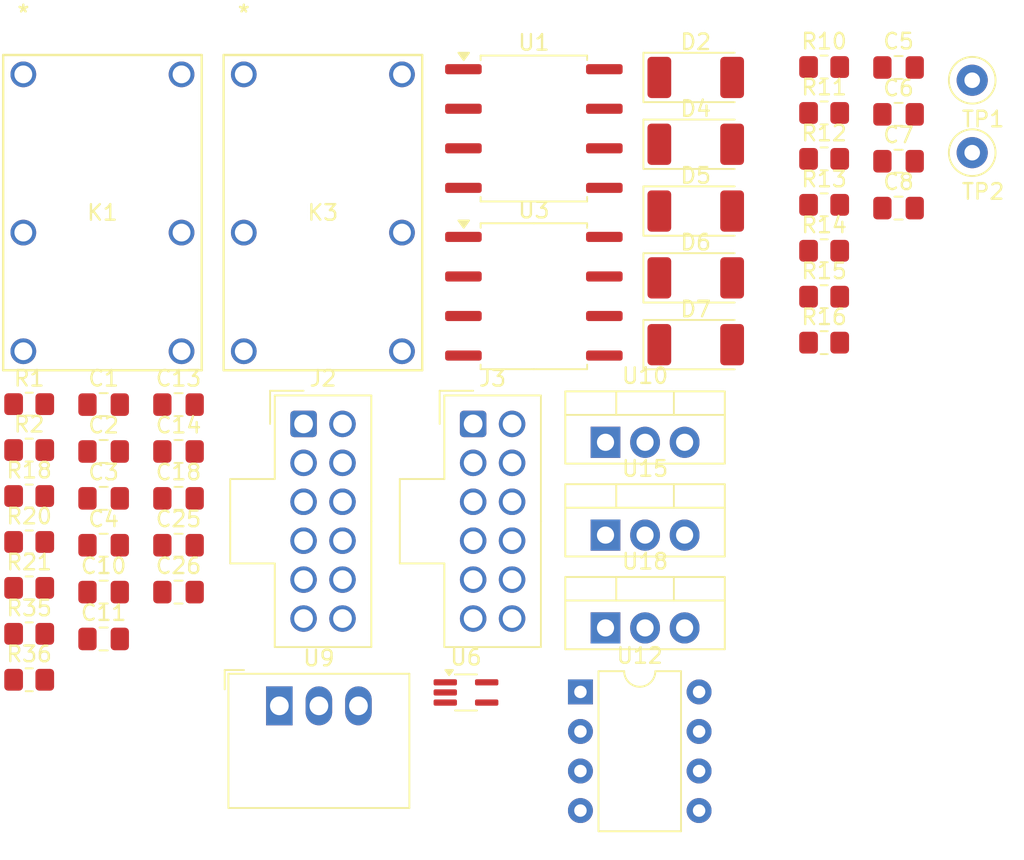
<source format=kicad_pcb>
(kicad_pcb (version 20240108) (generator "pcbnew") (generator_version "8.0")
  (layers (0 "F.Cu" signal) (31 "B.Cu" signal) (34 "B.Paste" user) (35 "F.Paste" user) (36 "B.SilkS" user "B.Silkscreen") (37 "F.SilkS" user "F.Silkscreen") (38 "B.Mask" user) (39 "F.Mask" user) (44 "Edge.Cuts" user))
  (net 0 "")
  (net 1 "+5V")
  (net 2 "GND")
  (net 3 "+3.3V")
  (net 4 "Net-(C7-Pad2)")
  (net 5 "/Iso SPI/isoSPI_-")
  (net 6 "Net-(C8-Pad1)")
  (net 7 "+12V")
  (net 8 "+9V")
  (net 9 "/BMS_RL")
  (net 10 "/IMD_RL")
  (net 11 "Net-(D5-K)")
  (net 12 "/LATCH_RL")
  (net 13 "/SH_RESET")
  (net 14 "Net-(D6-A)")
  (net 15 "Net-(D7-A)")
  (net 16 "/Shutdown_AIRS_IN")
  (net 18 "/Current_Vout")
  (net 19 "/BSPD_FAULT_5V")
  (net 20 "/BMS_LED_Control")
  (net 21 "/Shut_Reset")
  (net 23 "/IMD_LED_Control")
  (net 25 "/Shutdown_ACC_Out")
  (net 26 "/IRs_Final")
  (net 27 "/Current_Vref")
  (net 28 "/Shutdown_ACC_In")
  (net 29 "/CAN_H2")
  (net 30 "/CAN_L2")
  (net 31 "/Charge_State")
  (net 32 "/CAN_H1")
  (net 33 "/CAN_L1")
  (net 34 "/CAN_L_RES2")
  (net 35 "/IR_GND")
  (net 36 "/CAN_L_RES1")
  (net 39 "/Shutdown_ACC_BMS")
  (net 40 "/Shutdown_ACC_IMD")
  (net 43 "/MISO")
  (net 44 "/Iso SPI/ICMP")
  (net 45 "/Iso SPI/IBIAS")
  (net 46 "/Iso SPI/isoSPI_+")
  (net 47 "Net-(L1-Pad1)")
  (net 48 "Net-(L1-Pad3)")
  (net 49 "/Iso SPI/extIsoSPI_P")
  (net 50 "/Iso SPI/extIsoSPI_N")
  (net 51 "/IMD_FAULT_12V")
  (net 52 "/IMD_Status")
  (net 53 "/GLV Voltage")
  (net 54 "/CAN1_RD")
  (net 55 "/CAN1_TD")
  (net 56 "/CAN2_TD")
  (net 57 "/CAN2_RD")
  (net 58 "Net-(U6-Pad2)")
  (net 59 "Net-(CR2-G)")
  (net 62 "Net-(U12-Q)")
  (net 63 "Net-(U12-THR)")
  (net 64 "/Voltage Indicator")
  (net 65 "Net-(D8-A)")
  (net 66 "/TS-")
  (footprint "FS_3_Global_Footprint_Library:DK1A1B" (layer "F.Cu") (at 52.0408 36.5428)
    (property "Reference" "K3" (at 5.08 8.8773 0) (layer "F.SilkS"))
    (property "Value" "DK1A1B-5V")
    (fp_line (start -1.2954 -1.2446) (end -1.2954 18.9992) (stroke (width 0.1524)) (layer "F.SilkS"))
    (fp_line (start -1.2954 18.9992) (end 11.4554 18.9992) (stroke (width 0.1524)) (layer "F.SilkS"))
    (fp_line (start 11.4554 -1.2446) (end -1.2954 -1.2446) (stroke (width 0.1524)) (layer "F.SilkS"))
    (fp_line (start 11.4554 18.9992) (end 11.4554 -1.2446) (stroke (width 0.1524)) (layer "F.SilkS"))
    (fp_text user "*" (at 0 -3.928533 0) (layer "F.SilkS"))
    (fp_text user "*" (at 0 -3.928533 0) (layer "F.SilkS"))
    (pad "1" thru_hole circle (at 0 0) (size 1.651 1.651) (drill 1.143) (layers "*.Cu" "*.Mask") (net 10 "/IMD_RL"))
    (pad "3" thru_hole circle (at 0 10.16) (size 1.651 1.651) (drill 1.143) (layers "*.Cu" "*.Mask") (net 39 "/Shutdown_ACC_BMS"))
    (pad "4" thru_hole circle (at 0 17.78) (size 1.651 1.651) (drill 1.143) (layers "*.Cu" "*.Mask") (net 40 "/Shutdown_ACC_IMD"))
    (pad "5" thru_hole circle (at 10.16 17.78) (size 1.651 1.651) (drill 1.143) (layers "*.Cu" "*.Mask"))
    (pad "6" thru_hole circle (at 10.16 10.16) (size 1.651 1.651) (drill 1.143) (layers "*.Cu" "*.Mask"))
    (pad "8" thru_hole circle (at 10.16 0) (size 1.651 1.651) (drill 1.143) (layers "*.Cu" "*.Mask") (net 1 "+5V"))
  )
  (footprint "Package_TO_SOT_THT:TO-220-3_Vertical" (layer "F.Cu") (at 75.27 66.13)
    (property "Reference" "U15" (at 2.54 -4.27 0) (layer "F.SilkS"))
    (property "Value" "ZXTR2005ZQ-13")
    (fp_line (start -2.58 -3.27) (end -2.58 1.371) (stroke (width 0.12)) (layer "F.SilkS"))
    (fp_line (start -2.58 -3.27) (end 7.66 -3.27) (stroke (width 0.12)) (layer "F.SilkS"))
    (fp_line (start -2.58 -1.76) (end 7.66 -1.76) (stroke (width 0.12)) (layer "F.SilkS"))
    (fp_line (start -2.58 1.371) (end 7.66 1.371) (stroke (width 0.12)) (layer "F.SilkS"))
    (fp_line (start 0.69 -3.27) (end 0.69 -1.76) (stroke (width 0.12)) (layer "F.SilkS"))
    (fp_line (start 4.391 -3.27) (end 4.391 -1.76) (stroke (width 0.12)) (layer "F.SilkS"))
    (fp_line (start 7.66 -3.27) (end 7.66 1.371) (stroke (width 0.12)) (layer "F.SilkS"))
    (pad "1" thru_hole rect (at 0 0) (size 1.905 2) (drill 1.1) (layers "*.Cu" "*.Mask") (net 65 "Net-(D8-A)"))
    (pad "2" thru_hole oval (at 2.54 0) (size 1.905 2) (drill 1.1) (layers "*.Cu" "*.Mask") (net 66 "/TS-"))
    (pad "3" thru_hole oval (at 5.08 0) (size 1.905 2) (drill 1.1) (layers "*.Cu" "*.Mask") (net 64 "/Voltage Indicator"))
  )
  (footprint "Resistor_SMD:R_0805_2012Metric_Pad1.20x1.40mm_HandSolder" (layer "F.Cu") (at 38.26 63.62)
    (property "Reference" "R18" (at 0 -1.65 0) (layer "F.SilkS"))
    (property "Value" "120")
    (fp_line (start -0.227064 -0.735) (end 0.227064 -0.735) (stroke (width 0.12)) (layer "F.SilkS"))
    (fp_line (start -0.227064 0.735) (end 0.227064 0.735) (stroke (width 0.12)) (layer "F.SilkS"))
    (pad "1" smd roundrect (at -1 0) (size 1.2 1.4) (layers "F.Cu" "F.Paste" "F.Mask") (roundrect_rratio 0.208333) (net 34 "/CAN_L_RES2"))
    (pad "2" smd roundrect (at 1 0) (size 1.2 1.4) (layers "F.Cu" "F.Paste" "F.Mask") (roundrect_rratio 0.208333) (net 30 "/CAN_L2"))
  )
  (footprint "Resistor_SMD:R_0805_2012Metric_Pad1.20x1.40mm_HandSolder" (layer "F.Cu") (at 38.26 57.72)
    (property "Reference" "R1" (at 0 -1.65 0) (layer "F.SilkS"))
    (property "Value" "120")
    (fp_line (start -0.227064 -0.735) (end 0.227064 -0.735) (stroke (width 0.12)) (layer "F.SilkS"))
    (fp_line (start -0.227064 0.735) (end 0.227064 0.735) (stroke (width 0.12)) (layer "F.SilkS"))
    (pad "1" smd roundrect (at -1 0) (size 1.2 1.4) (layers "F.Cu" "F.Paste" "F.Mask") (roundrect_rratio 0.208333) (net 36 "/CAN_L_RES1"))
    (pad "2" smd roundrect (at 1 0) (size 1.2 1.4) (layers "F.Cu" "F.Paste" "F.Mask") (roundrect_rratio 0.208333) (net 33 "/CAN_L1"))
  )
  (footprint "Resistor_SMD:R_0805_2012Metric_Pad1.20x1.40mm_HandSolder" (layer "F.Cu") (at 89.31 50.82)
    (property "Reference" "R15" (at 0 -1.65 0) (layer "F.SilkS"))
    (property "Value" "22")
    (fp_line (start -0.227064 -0.735) (end 0.227064 -0.735) (stroke (width 0.12)) (layer "F.SilkS"))
    (fp_line (start -0.227064 0.735) (end 0.227064 0.735) (stroke (width 0.12)) (layer "F.SilkS"))
    (pad "1" smd roundrect (at -1 0) (size 1.2 1.4) (layers "F.Cu" "F.Paste" "F.Mask") (roundrect_rratio 0.208333) (net 49 "/Iso SPI/extIsoSPI_P"))
    (pad "2" smd roundrect (at 1 0) (size 1.2 1.4) (layers "F.Cu" "F.Paste" "F.Mask") (roundrect_rratio 0.208333) (net 48 "Net-(L1-Pad3)"))
  )
  (footprint "Resistor_SMD:R_0805_2012Metric_Pad1.20x1.40mm_HandSolder" (layer "F.Cu") (at 89.31 44.92)
    (property "Reference" "R13" (at 0 -1.65 0) (layer "F.SilkS"))
    (property "Value" "402")
    (fp_line (start -0.227064 -0.735) (end 0.227064 -0.735) (stroke (width 0.12)) (layer "F.SilkS"))
    (fp_line (start -0.227064 0.735) (end 0.227064 0.735) (stroke (width 0.12)) (layer "F.SilkS"))
    (pad "1" smd roundrect (at -1 0) (size 1.2 1.4) (layers "F.Cu" "F.Paste" "F.Mask") (roundrect_rratio 0.208333) (net 46 "/Iso SPI/isoSPI_+"))
    (pad "2" smd roundrect (at 1 0) (size 1.2 1.4) (layers "F.Cu" "F.Paste" "F.Mask") (roundrect_rratio 0.208333) (net 4 "Net-(C7-Pad2)"))
  )
  (footprint "Diode_SMD:D_2010_5025Metric_Pad1.52x2.65mm_HandSolder" (layer "F.Cu") (at 81.065 53.9)
    (property "Reference" "D7" (at 0 -2.28 0) (layer "F.SilkS"))
    (property "Value" "D")
    (fp_line (start -3.36 -1.585) (end -3.36 1.585) (stroke (width 0.12)) (layer "F.SilkS"))
    (fp_line (start -3.36 1.585) (end 2.5 1.585) (stroke (width 0.12)) (layer "F.SilkS"))
    (fp_line (start 2.5 -1.585) (end -3.36 -1.585) (stroke (width 0.12)) (layer "F.SilkS"))
    (pad "1" smd roundrect (at -2.3375 0) (size 1.525 2.65) (layers "F.Cu" "F.Paste" "F.Mask") (roundrect_rratio 0.163934) (net 16 "/Shutdown_AIRS_IN"))
    (pad "2" smd roundrect (at 2.3375 0) (size 1.525 2.65) (layers "F.Cu" "F.Paste" "F.Mask") (roundrect_rratio 0.163934) (net 15 "Net-(D7-A)"))
  )
  (footprint "Capacitor_SMD:C_0805_2012Metric_Pad1.18x1.45mm_HandSolder" (layer "F.Cu") (at 43.04 60.76)
    (property "Reference" "C2" (at 0 -1.68 0) (layer "F.SilkS"))
    (property "Value" "100nF")
    (fp_line (start -0.261252 -0.735) (end 0.261252 -0.735) (stroke (width 0.12)) (layer "F.SilkS"))
    (fp_line (start -0.261252 0.735) (end 0.261252 0.735) (stroke (width 0.12)) (layer "F.SilkS"))
    (pad "1" smd roundrect (at -1.0375 0) (size 1.175 1.45) (layers "F.Cu" "F.Paste" "F.Mask") (roundrect_rratio 0.212766) (net 2 "GND"))
    (pad "2" smd roundrect (at 1.0375 0) (size 1.175 1.45) (layers "F.Cu" "F.Paste" "F.Mask") (roundrect_rratio 0.212766) (net 3 "+3.3V"))
  )
  (footprint "Capacitor_SMD:C_0805_2012Metric_Pad1.18x1.45mm_HandSolder" (layer "F.Cu") (at 47.85 63.77)
    (property "Reference" "C18" (at 0 -1.68 0) (layer "F.SilkS"))
    (property "Value" "100nf")
    (fp_line (start -0.261252 -0.735) (end 0.261252 -0.735) (stroke (width 0.12)) (layer "F.SilkS"))
    (fp_line (start -0.261252 0.735) (end 0.261252 0.735) (stroke (width 0.12)) (layer "F.SilkS"))
    (pad "1" smd roundrect (at -1.0375 0) (size 1.175 1.45) (layers "F.Cu" "F.Paste" "F.Mask") (roundrect_rratio 0.212766) (net 2 "GND"))
    (pad "2" smd roundrect (at 1.0375 0) (size 1.175 1.45) (layers "F.Cu" "F.Paste" "F.Mask") (roundrect_rratio 0.212766) (net 1 "+5V"))
  )
  (footprint "Package_TO_SOT_THT:TO-220-3_Vertical" (layer "F.Cu") (at 75.27 60.17)
    (property "Reference" "U10" (at 2.54 -4.27 0) (layer "F.SilkS"))
    (property "Value" "MC7809CTG")
    (fp_line (start -2.58 -3.27) (end -2.58 1.371) (stroke (width 0.12)) (layer "F.SilkS"))
    (fp_line (start -2.58 -3.27) (end 7.66 -3.27) (stroke (width 0.12)) (layer "F.SilkS"))
    (fp_line (start -2.58 -1.76) (end 7.66 -1.76) (stroke (width 0.12)) (layer "F.SilkS"))
    (fp_line (start -2.58 1.371) (end 7.66 1.371) (stroke (width 0.12)) (layer "F.SilkS"))
    (fp_line (start 0.69 -3.27) (end 0.69 -1.76) (stroke (width 0.12)) (layer "F.SilkS"))
    (fp_line (start 4.391 -3.27) (end 4.391 -1.76) (stroke (width 0.12)) (layer "F.SilkS"))
    (fp_line (start 7.66 -3.27) (end 7.66 1.371) (stroke (width 0.12)) (layer "F.SilkS"))
    (pad "1" thru_hole rect (at 0 0) (size 1.905 2) (drill 1.1) (layers "*.Cu" "*.Mask") (net 7 "+12V"))
    (pad "2" thru_hole oval (at 2.54 0) (size 1.905 2) (drill 1.1) (layers "*.Cu" "*.Mask") (net 2 "GND"))
    (pad "3" thru_hole oval (at 5.08 0) (size 1.905 2) (drill 1.1) (layers "*.Cu" "*.Mask") (net 8 "+9V"))
  )
  (footprint "Capacitor_SMD:C_0805_2012Metric_Pad1.18x1.45mm_HandSolder" (layer "F.Cu") (at 94.09 39.11)
    (property "Reference" "C6" (at 0 -1.68 0) (layer "F.SilkS"))
    (property "Value" "100nF")
    (fp_line (start -0.261252 -0.735) (end 0.261252 -0.735) (stroke (width 0.12)) (layer "F.SilkS"))
    (fp_line (start -0.261252 0.735) (end 0.261252 0.735) (stroke (width 0.12)) (layer "F.SilkS"))
    (pad "1" smd roundrect (at -1.0375 0) (size 1.175 1.45) (layers "F.Cu" "F.Paste" "F.Mask") (roundrect_rratio 0.212766) (net 3 "+3.3V"))
    (pad "2" smd roundrect (at 1.0375 0) (size 1.175 1.45) (layers "F.Cu" "F.Paste" "F.Mask") (roundrect_rratio 0.212766) (net 2 "GND"))
  )
  (footprint "Capacitor_SMD:C_0805_2012Metric_Pad1.18x1.45mm_HandSolder" (layer "F.Cu") (at 47.85 57.75)
    (property "Reference" "C13" (at 0 -1.68 0) (layer "F.SilkS"))
    (property "Value" "330nF")
    (fp_line (start -0.261252 -0.735) (end 0.261252 -0.735) (stroke (width 0.12)) (layer "F.SilkS"))
    (fp_line (start -0.261252 0.735) (end 0.261252 0.735) (stroke (width 0.12)) (layer "F.SilkS"))
    (pad "1" smd roundrect (at -1.0375 0) (size 1.175 1.45) (layers "F.Cu" "F.Paste" "F.Mask") (roundrect_rratio 0.212766) (net 8 "+9V"))
    (pad "2" smd roundrect (at 1.0375 0) (size 1.175 1.45) (layers "F.Cu" "F.Paste" "F.Mask") (roundrect_rratio 0.212766) (net 2 "GND"))
  )
  (footprint "Connector_Molex:Molex_Nano-Fit_105310-xx12_2x06_P2.50mm_Vertical" (layer "F.Cu") (at 66.77 58.99)
    (property "Reference" "J3" (at 1.25 -2.92 0) (layer "F.SilkS"))
    (property "Value" "Molex Nanofit 12pin")
    (fp_line (start -4.71 3.54) (end -4.71 6.25) (stroke (width 0.12)) (layer "F.SilkS"))
    (fp_line (start -4.71 8.96) (end -4.71 6.25) (stroke (width 0.12)) (layer "F.SilkS"))
    (fp_line (start -2.15 -2.13) (end -2.15 0) (stroke (width 0.12)) (layer "F.SilkS"))
    (fp_line (start -1.85 -1.83) (end -1.85 3.54) (stroke (width 0.12)) (layer "F.SilkS"))
    (fp_line (start -1.85 3.54) (end -4.71 3.54) (stroke (width 0.12)) (layer "F.SilkS"))
    (fp_line (start -1.85 8.96) (end -4.71 8.96) (stroke (width 0.12)) (layer "F.SilkS"))
    (fp_line (start -1.85 14.33) (end -1.85 8.96) (stroke (width 0.12)) (layer "F.SilkS"))
    (fp_line (start 0 -2.13) (end -2.15 -2.13) (stroke (width 0.12)) (layer "F.SilkS"))
    (fp_line (start 4.35 -1.83) (end -1.85 -1.83) (stroke (width 0.12)) (layer "F.SilkS"))
    (fp_line (start 4.35 6.25) (end 4.35 -1.83) (stroke (width 0.12)) (layer "F.SilkS"))
    (fp_line (start 4.35 6.25) (end 4.35 14.33) (stroke (width 0.12)) (layer "F.SilkS"))
    (fp_line (start 4.35 14.33) (end -1.85 14.33) (stroke (width 0.12)) (layer "F.SilkS"))
    (pad "" np_thru_hole circle (at -1.34 6.25) (size 1.3 1.3) (drill 1.3) (layers "*.Cu" "*.Mask"))
    (pad "1" thru_hole roundrect (at 0 0) (size 1.7 1.7) (drill 1.2) (layers "*.Cu" "*.Mask") (roundrect_rratio 0.147059) (net 7 "+12V"))
    (pad "2" thru_hole circle (at 0 2.5) (size 1.7 1.7) (drill 1.2) (layers "*.Cu" "*.Mask") (net 2 "GND"))
    (pad "3" thru_hole circle (at 0 5) (size 1.7 1.7) (drill 1.2) (layers "*.Cu" "*.Mask") (net 32 "/CAN_H1"))
    (pad "4" thru_hole circle (at 0 7.5) (size 1.7 1.7) (drill 1.2) (layers "*.Cu" "*.Mask") (net 33 "/CAN_L1"))
    (pad "5" thru_hole circle (at 0 10) (size 1.7 1.7) (drill 1.2) (layers "*.Cu" "*.Mask") (net 32 "/CAN_H1"))
    (pad "6" thru_hole circle (at 0 12.5) (size 1.7 1.7) (drill 1.2) (layers "*.Cu" "*.Mask") (net 36 "/CAN_L_RES1"))
    (pad "7" thru_hole circle (at 2.5 0) (size 1.7 1.7) (drill 1.2) (layers "*.Cu" "*.Mask") (net 29 "/CAN_H2"))
    (pad "8" thru_hole circle (at 2.5 2.5) (size 1.7 1.7) (drill 1.2) (layers "*.Cu" "*.Mask") (net 30 "/CAN_L2"))
    (pad "9" thru_hole circle (at 2.5 5) (size 1.7 1.7) (drill 1.2) (layers "*.Cu" "*.Mask") (net 29 "/CAN_H2"))
    (pad "10" thru_hole circle (at 2.5 7.5) (size 1.7 1.7) (drill 1.2) (layers "*.Cu" "*.Mask") (net 34 "/CAN_L_RES2"))
    (pad "11" thru_hole circle (at 2.5 10) (size 1.7 1.7) (drill 1.2) (layers "*.Cu" "*.Mask") (net 35 "/IR_GND"))
    (pad "12" thru_hole circle (at 2.5 12.5) (size 1.7 1.7) (drill 1.2) (layers "*.Cu" "*.Mask") (net 31 "/Charge_State"))
  )
  (footprint "Diode_SMD:D_2010_5025Metric_Pad1.52x2.65mm_HandSolder" (layer "F.Cu") (at 81.065 45.32)
    (property "Reference" "D5" (at 0 -2.28 0) (layer "F.SilkS"))
    (property "Value" "D")
    (fp_line (start -3.36 -1.585) (end -3.36 1.585) (stroke (width 0.12)) (layer "F.SilkS"))
    (fp_line (start -3.36 1.585) (end 2.5 1.585) (stroke (width 0.12)) (layer "F.SilkS"))
    (fp_line (start 2.5 -1.585) (end -3.36 -1.585) (stroke (width 0.12)) (layer "F.SilkS"))
    (pad "1" smd roundrect (at -2.3375 0) (size 1.525 2.65) (layers "F.Cu" "F.Paste" "F.Mask") (roundrect_rratio 0.163934) (net 11 "Net-(D5-K)"))
    (pad "2" smd roundrect (at 2.3375 0) (size 1.525 2.65) (layers "F.Cu" "F.Paste" "F.Mask") (roundrect_rratio 0.163934) (net 12 "/LATCH_RL"))
  )
  (footprint "Package_TO_SOT_SMD:SOT-353_SC-70-5_Handsoldering" (layer "F.Cu") (at 66.31 76.235)
    (property "Reference" "U6" (at 0 -2.25 0) (layer "F.SilkS"))
    (property "Value" "74AHC1G04")
    (fp_line (start -0.71 -1.16) (end 0.7 -1.16) (stroke (width 0.12)) (layer "F.SilkS"))
    (fp_line (start -0.7 1.16) (end 0.7 1.16) (stroke (width 0.12)) (layer "F.SilkS"))
    (fp_poly (pts (xy -1.08 -1.11) (xy -1.32 -1.44) (xy -0.84 -1.44) (xy -1.08 -1.11)) (stroke (width 0.12)) (fill solid) (layer "F.SilkS"))
    (pad "1" smd roundrect (at -1.33 -0.65) (size 1.5 0.4) (layers "F.Cu" "F.Paste" "F.Mask"))
    (pad "2" smd roundrect (at -1.33 0) (size 1.5 0.4) (layers "F.Cu" "F.Paste" "F.Mask") (net 58 "Net-(U6-Pad2)"))
    (pad "3" smd roundrect (at -1.33 0.65) (size 1.5 0.4) (layers "F.Cu" "F.Paste" "F.Mask") (net 2 "GND"))
    (pad "4" smd roundrect (at 1.33 0.65) (size 1.5 0.4) (layers "F.Cu" "F.Paste" "F.Mask") (net 59 "Net-(CR2-G)"))
    (pad "5" smd roundrect (at 1.33 -0.65) (size 1.5 0.4) (layers "F.Cu" "F.Paste" "F.Mask") (net 1 "+5V"))
  )
  (footprint "Capacitor_SMD:C_0805_2012Metric_Pad1.18x1.45mm_HandSolder" (layer "F.Cu") (at 43.04 57.75)
    (property "Reference" "C1" (at 0 -1.68 0) (layer "F.SilkS"))
    (property "Value" "100nF")
    (fp_line (start -0.261252 -0.735) (end 0.261252 -0.735) (stroke (width 0.12)) (layer "F.SilkS"))
    (fp_line (start -0.261252 0.735) (end 0.261252 0.735) (stroke (width 0.12)) (layer "F.SilkS"))
    (pad "1" smd roundrect (at -1.0375 0) (size 1.175 1.45) (layers "F.Cu" "F.Paste" "F.Mask") (roundrect_rratio 0.212766) (net 2 "GND"))
    (pad "2" smd roundrect (at 1.0375 0) (size 1.175 1.45) (layers "F.Cu" "F.Paste" "F.Mask") (roundrect_rratio 0.212766) (net 1 "+5V"))
  )
  (footprint "Resistor_SMD:R_0805_2012Metric_Pad1.20x1.40mm_HandSolder" (layer "F.Cu") (at 89.31 39.02)
    (property "Reference" "R11" (at 0 -1.65 0) (layer "F.SilkS"))
    (property "Value" "1.5k")
    (fp_line (start -0.227064 -0.735) (end 0.227064 -0.735) (stroke (width 0.12)) (layer "F.SilkS"))
    (fp_line (start -0.227064 0.735) (end 0.227064 0.735) (stroke (width 0.12)) (layer "F.SilkS"))
    (pad "1" smd roundrect (at -1 0) (size 1.2 1.4) (layers "F.Cu" "F.Paste" "F.Mask") (roundrect_rratio 0.208333) (net 44 "/Iso SPI/ICMP"))
    (pad "2" smd roundrect (at 1 0) (size 1.2 1.4) (layers "F.Cu" "F.Paste" "F.Mask") (roundrect_rratio 0.208333) (net 45 "/Iso SPI/IBIAS"))
  )
  (footprint "Capacitor_SMD:C_0805_2012Metric_Pad1.18x1.45mm_HandSolder" (layer "F.Cu") (at 43.04 63.77)
    (property "Reference" "C3" (at 0 -1.68 0) (layer "F.SilkS"))
    (property "Value" "100nF")
    (fp_line (start -0.261252 -0.735) (end 0.261252 -0.735) (stroke (width 0.12)) (layer "F.SilkS"))
    (fp_line (start -0.261252 0.735) (end 0.261252 0.735) (stroke (width 0.12)) (layer "F.SilkS"))
    (pad "1" smd roundrect (at -1.0375 0) (size 1.175 1.45) (layers "F.Cu" "F.Paste" "F.Mask") (roundrect_rratio 0.212766) (net 2 "GND"))
    (pad "2" smd roundrect (at 1.0375 0) (size 1.175 1.45) (layers "F.Cu" "F.Paste" "F.Mask") (roundrect_rratio 0.212766) (net 1 "+5V"))
  )
  (footprint "Package_SO:SOP-8_6.62x9.15mm_P2.54mm" (layer "F.Cu") (at 70.67 50.79)
    (property "Reference" "U3" (at 0 -5.52 0) (layer "F.SilkS"))
    (property "Value" "ISO1050DUB")
    (fp_line (start -3.42 -4.685) (end -3.42 -4.395) (stroke (width 0.12)) (layer "F.SilkS"))
    (fp_line (start -3.42 4.685) (end -3.42 4.395) (stroke (width 0.12)) (layer "F.SilkS"))
    (fp_line (start 0 -4.685) (end -3.42 -4.685) (stroke (width 0.12)) (layer "F.SilkS"))
    (fp_line (start 0 -4.685) (end 3.42 -4.685) (stroke (width 0.12)) (layer "F.SilkS"))
    (fp_line (start 0 4.685) (end -3.42 4.685) (stroke (width 0.12)) (layer "F.SilkS"))
    (fp_line (start 0 4.685) (end 3.42 4.685) (stroke (width 0.12)) (layer "F.SilkS"))
    (fp_line (start 3.42 -4.685) (end 3.42 -4.395) (stroke (width 0.12)) (layer "F.SilkS"))
    (fp_line (start 3.42 4.685) (end 3.42 4.395) (stroke (width 0.12)) (layer "F.SilkS"))
    (fp_poly (pts (xy -4.505 -4.395) (xy -4.845 -4.865) (xy -4.165 -4.865) (xy -4.505 -4.395)) (stroke (width 0.12)) (fill solid) (layer "F.SilkS"))
    (pad "1" smd roundrect (at -4.525 -3.81) (size 2.35 0.65) (layers "F.Cu" "F.Paste" "F.Mask") (net 3 "+3.3V"))
    (pad "2" smd roundrect (at -4.525 -1.27) (size 2.35 0.65) (layers "F.Cu" "F.Paste" "F.Mask") (net 57 "/CAN2_RD"))
    (pad "3" smd roundrect (at -4.525 1.27) (size 2.35 0.65) (layers "F.Cu" "F.Paste" "F.Mask") (net 56 "/CAN2_TD"))
    (pad "4" smd roundrect (at -4.525 3.81) (size 2.35 0.65) (layers "F.Cu" "F.Paste" "F.Mask") (net 2 "GND"))
    (pad "5" smd roundrect (at 4.525 3.81) (size 2.35 0.65) (layers "F.Cu" "F.Paste" "F.Mask") (net 2 "GND"))
    (pad "6" smd roundrect (at 4.525 1.27) (size 2.35 0.65) (layers "F.Cu" "F.Paste" "F.Mask") (net 30 "/CAN_L2"))
    (pad "7" smd roundrect (at 4.525 -1.27) (size 2.35 0.65) (layers "F.Cu" "F.Paste" "F.Mask") (net 29 "/CAN_H2"))
    (pad "8" smd roundrect (at 4.525 -3.81) (size 2.35 0.65) (layers "F.Cu" "F.Paste" "F.Mask") (net 1 "+5V"))
  )
  (footprint "Resistor_SMD:R_0805_2012Metric_Pad1.20x1.40mm_HandSolder" (layer "F.Cu") (at 38.26 72.47)
    (property "Reference" "R35" (at 0 -1.65 0) (layer "F.SilkS"))
    (property "Value" "3.9k")
    (fp_line (start -0.227064 -0.735) (end 0.227064 -0.735) (stroke (width 0.12)) (layer "F.SilkS"))
    (fp_line (start -0.227064 0.735) (end 0.227064 0.735) (stroke (width 0.12)) (layer "F.SilkS"))
    (pad "1" smd roundrect (at -1 0) (size 1.2 1.4) (layers "F.Cu" "F.Paste" "F.Mask") (roundrect_rratio 0.208333) (net 2 "GND"))
    (pad "2" smd roundrect (at 1 0) (size 1.2 1.4) (layers "F.Cu" "F.Paste" "F.Mask") (roundrect_rratio 0.208333) (net 53 "/GLV Voltage"))
  )
  (footprint "Package_SO:SOP-8_6.62x9.15mm_P2.54mm" (layer "F.Cu") (at 70.67 40.02)
    (property "Reference" "U1" (at 0 -5.52 0) (layer "F.SilkS"))
    (property "Value" "ISO1050DUB")
    (fp_line (start -3.42 -4.685) (end -3.42 -4.395) (stroke (width 0.12)) (layer "F.SilkS"))
    (fp_line (start -3.42 4.685) (end -3.42 4.395) (stroke (width 0.12)) (layer "F.SilkS"))
    (fp_line (start 0 -4.685) (end -3.42 -4.685) (stroke (width 0.12)) (layer "F.SilkS"))
    (fp_line (start 0 -4.685) (end 3.42 -4.685) (stroke (width 0.12)) (layer "F.SilkS"))
    (fp_line (start 0 4.685) (end -3.42 4.685) (stroke (width 0.12)) (layer "F.SilkS"))
    (fp_line (start 0 4.685) (end 3.42 4.685) (stroke (width 0.12)) (layer "F.SilkS"))
    (fp_line (start 3.42 -4.685) (end 3.42 -4.395) (stroke (width 0.12)) (layer "F.SilkS"))
    (fp_line (start 3.42 4.685) (end 3.42 4.395) (stroke (width 0.12)) (layer "F.SilkS"))
    (fp_poly (pts (xy -4.505 -4.395) (xy -4.845 -4.865) (xy -4.165 -4.865) (xy -4.505 -4.395)) (stroke (width 0.12)) (fill solid) (layer "F.SilkS"))
    (pad "1" smd roundrect (at -4.525 -3.81) (size 2.35 0.65) (layers "F.Cu" "F.Paste" "F.Mask") (net 3 "+3.3V"))
    (pad "2" smd roundrect (at -4.525 -1.27) (size 2.35 0.65) (layers "F.Cu" "F.Paste" "F.Mask") (net 54 "/CAN1_RD"))
    (pad "3" smd roundrect (at -4.525 1.27) (size 2.35 0.65) (layers "F.Cu" "F.Paste" "F.Mask") (net 55 "/CAN1_TD"))
    (pad "4" smd roundrect (at -4.525 3.81) (size 2.35 0.65) (layers "F.Cu" "F.Paste" "F.Mask") (net 2 "GND"))
    (pad "5" smd roundrect (at 4.525 3.81) (size 2.35 0.65) (layers "F.Cu" "F.Paste" "F.Mask") (net 2 "GND"))
    (pad "6" smd roundrect (at 4.525 1.27) (size 2.35 0.65) (layers "F.Cu" "F.Paste" "F.Mask") (net 33 "/CAN_L1"))
    (pad "7" smd roundrect (at 4.525 -1.27) (size 2.35 0.65) (layers "F.Cu" "F.Paste" "F.Mask") (net 32 "/CAN_H1"))
    (pad "8" smd roundrect (at 4.525 -3.81) (size 2.35 0.65) (layers "F.Cu" "F.Paste" "F.Mask") (net 1 "+5V"))
  )
  (footprint "Capacitor_SMD:C_0805_2012Metric_Pad1.18x1.45mm_HandSolder" (layer "F.Cu") (at 94.09 36.1)
    (property "Reference" "C5" (at 0 -1.68 0) (layer "F.SilkS"))
    (property "Value" "100nF")
    (fp_line (start -0.261252 -0.735) (end 0.261252 -0.735) (stroke (width 0.12)) (layer "F.SilkS"))
    (fp_line (start -0.261252 0.735) (end 0.261252 0.735) (stroke (width 0.12)) (layer "F.SilkS"))
    (pad "1" smd roundrect (at -1.0375 0) (size 1.175 1.45) (layers "F.Cu" "F.Paste" "F.Mask") (roundrect_rratio 0.212766) (net 3 "+3.3V"))
    (pad "2" smd roundrect (at 1.0375 0) (size 1.175 1.45) (layers "F.Cu" "F.Paste" "F.Mask") (roundrect_rratio 0.212766) (net 2 "GND"))
  )
  (footprint "Capacitor_SMD:C_0805_2012Metric_Pad1.18x1.45mm_HandSolder" (layer "F.Cu") (at 43.04 66.78)
    (property "Reference" "C4" (at 0 -1.68 0) (layer "F.SilkS"))
    (property "Value" "100nF")
    (fp_line (start -0.261252 -0.735) (end 0.261252 -0.735) (stroke (width 0.12)) (layer "F.SilkS"))
    (fp_line (start -0.261252 0.735) (end 0.261252 0.735) (stroke (width 0.12)) (layer "F.SilkS"))
    (pad "1" smd roundrect (at -1.0375 0) (size 1.175 1.45) (layers "F.Cu" "F.Paste" "F.Mask") (roundrect_rratio 0.212766) (net 2 "GND"))
    (pad "2" smd roundrect (at 1.0375 0) (size 1.175 1.45) (layers "F.Cu" "F.Paste" "F.Mask") (roundrect_rratio 0.212766) (net 3 "+3.3V"))
  )
  (footprint "TestPoint:TestPoint_Loop_D2.50mm_Drill1.0mm" (layer "F.Cu") (at 98.82 36.92)
    (property "Reference" "TP1" (at 0.7 2.5 0) (layer "F.SilkS"))
    (property "Value" "IsoSPI_P")
    (fp_circle (center 0 0) (end 1.5 0) (stroke (width 0.12)) (fill none) (layer "F.SilkS"))
    (pad "1" thru_hole circle (at 0 0) (size 2 2) (drill 1) (layers "*.Cu" "*.Mask") (net 49 "/Iso SPI/extIsoSPI_P"))
  )
  (footprint "Diode_SMD:D_2010_5025Metric_Pad1.52x2.65mm_HandSolder" (layer "F.Cu") (at 81.065 49.61)
    (property "Reference" "D6" (at 0 -2.28 0) (layer "F.SilkS"))
    (property "Value" "D")
    (fp_line (start -3.36 -1.585) (end -3.36 1.585) (stroke (width 0.12)) (layer "F.SilkS"))
    (fp_line (start -3.36 1.585) (end 2.5 1.585) (stroke (width 0.12)) (layer "F.SilkS"))
    (fp_line (start 2.5 -1.585) (end -3.36 -1.585) (stroke (width 0.12)) (layer "F.SilkS"))
    (pad "1" smd roundrect (at -2.3375 0) (size 1.525 2.65) (layers "F.Cu" "F.Paste" "F.Mask") (roundrect_rratio 0.163934) (net 13 "/SH_RESET"))
    (pad "2" smd roundrect (at 2.3375 0) (size 1.525 2.65) (layers "F.Cu" "F.Paste" "F.Mask") (roundrect_rratio 0.163934) (net 14 "Net-(D6-A)"))
  )
  (footprint "Capacitor_SMD:C_0805_2012Metric_Pad1.18x1.45mm_HandSolder" (layer "F.Cu") (at 43.04 72.8)
    (property "Reference" "C11" (at 0 -1.68 0) (layer "F.SilkS"))
    (property "Value" "330nF")
    (fp_line (start -0.261252 -0.735) (end 0.261252 -0.735) (stroke (width 0.12)) (layer "F.SilkS"))
    (fp_line (start -0.261252 0.735) (end 0.261252 0.735) (stroke (width 0.12)) (layer "F.SilkS"))
    (pad "1" smd roundrect (at -1.0375 0) (size 1.175 1.45) (layers "F.Cu" "F.Paste" "F.Mask") (roundrect_rratio 0.212766) (net 7 "+12V"))
    (pad "2" smd roundrect (at 1.0375 0) (size 1.175 1.45) (layers "F.Cu" "F.Paste" "F.Mask") (roundrect_rratio 0.212766) (net 2 "GND"))
  )
  (footprint "Package_TO_SOT_THT:TO-220-3_Vertical" (layer "F.Cu") (at 75.27 72.09)
    (property "Reference" "U18" (at 2.54 -4.27 0) (layer "F.SilkS"))
    (property "Value" "MC7809CTG")
    (fp_line (start -2.58 -3.27) (end -2.58 1.371) (stroke (width 0.12)) (layer "F.SilkS"))
    (fp_line (start -2.58 -3.27) (end 7.66 -3.27) (stroke (width 0.12)) (layer "F.SilkS"))
    (fp_line (start -2.58 -1.76) (end 7.66 -1.76) (stroke (width 0.12)) (layer "F.SilkS"))
    (fp_line (start -2.58 1.371) (end 7.66 1.371) (stroke (width 0.12)) (layer "F.SilkS"))
    (fp_line (start 0.69 -3.27) (end 0.69 -1.76) (stroke (width 0.12)) (layer "F.SilkS"))
    (fp_line (start 4.391 -3.27) (end 4.391 -1.76) (stroke (width 0.12)) (layer "F.SilkS"))
    (fp_line (start 7.66 -3.27) (end 7.66 1.371) (stroke (width 0.12)) (layer "F.SilkS"))
    (pad "1" thru_hole rect (at 0 0) (size 1.905 2) (drill 1.1) (layers "*.Cu" "*.Mask") (net 7 "+12V"))
    (pad "2" thru_hole oval (at 2.54 0) (size 1.905 2) (drill 1.1) (layers "*.Cu" "*.Mask") (net 2 "GND"))
    (pad "3" thru_hole oval (at 5.08 0) (size 1.905 2) (drill 1.1) (layers "*.Cu" "*.Mask") (net 3 "+3.3V"))
  )
  (footprint "Diode_SMD:D_2010_5025Metric_Pad1.52x2.65mm_HandSolder" (layer "F.Cu") (at 81.065 41.03)
    (property "Reference" "D4" (at 0 -2.28 0) (layer "F.SilkS"))
    (property "Value" "D")
    (fp_line (start -3.36 -1.585) (end -3.36 1.585) (stroke (width 0.12)) (layer "F.SilkS"))
    (fp_line (start -3.36 1.585) (end 2.5 1.585) (stroke (width 0.12)) (layer "F.SilkS"))
    (fp_line (start 2.5 -1.585) (end -3.36 -1.585) (stroke (width 0.12)) (layer "F.SilkS"))
    (pad "1" smd roundrect (at -2.3375 0) (size 1.525 2.65) (layers "F.Cu" "F.Paste" "F.Mask") (roundrect_rratio 0.163934) (net 1 "+5V"))
    (pad "2" smd roundrect (at 2.3375 0) (size 1.525 2.65) (layers "F.Cu" "F.Paste" "F.Mask") (roundrect_rratio 0.163934) (net 10 "/IMD_RL"))
  )
  (footprint "Resistor_SMD:R_0805_2012Metric_Pad1.20x1.40mm_HandSolder" (layer "F.Cu") (at 89.31 47.87)
    (property "Reference" "R14" (at 0 -1.65 0) (layer "F.SilkS"))
    (property "Value" "200")
    (fp_line (start -0.227064 -0.735) (end 0.227064 -0.735) (stroke (width 0.12)) (layer "F.SilkS"))
    (fp_line (start -0.227064 0.735) (end 0.227064 0.735) (stroke (width 0.12)) (layer "F.SilkS"))
    (pad "1" smd roundrect (at -1 0) (size 1.2 1.4) (layers "F.Cu" "F.Paste" "F.Mask") (roundrect_rratio 0.208333) (net 48 "Net-(L1-Pad3)"))
    (pad "2" smd roundrect (at 1 0) (size 1.2 1.4) (layers "F.Cu" "F.Paste" "F.Mask") (roundrect_rratio 0.208333) (net 47 "Net-(L1-Pad1)"))
  )
  (footprint "Capacitor_SMD:C_0805_2012Metric_Pad1.18x1.45mm_HandSolder" (layer "F.Cu") (at 43.04 69.79)
    (property "Reference" "C10" (at 0 -1.68 0) (layer "F.SilkS"))
    (property "Value" "0.33uF")
    (fp_line (start -0.261252 -0.735) (end 0.261252 -0.735) (stroke (width 0.12)) (layer "F.SilkS"))
    (fp_line (start -0.261252 0.735) (end 0.261252 0.735) (stroke (width 0.12)) (layer "F.SilkS"))
    (pad "1" smd roundrect (at -1.0375 0) (size 1.175 1.45) (layers "F.Cu" "F.Paste" "F.Mask") (roundrect_rratio 0.212766) (net 7 "+12V"))
    (pad "2" smd roundrect (at 1.0375 0) (size 1.175 1.45) (layers "F.Cu" "F.Paste" "F.Mask") (roundrect_rratio 0.212766) (net 2 "GND"))
  )
  (footprint "Resistor_SMD:R_0805_2012Metric_Pad1.20x1.40mm_HandSolder" (layer "F.Cu") (at 38.26 66.57)
    (property "Reference" "R20" (at 0 -1.65 0) (layer "F.SilkS"))
    (property "Value" "1.6k")
    (fp_line (start -0.227064 -0.735) (end 0.227064 -0.735) (stroke (width 0.12)) (layer "F.SilkS"))
    (fp_line (start -0.227064 0.735) (end 0.227064 0.735) (stroke (width 0.12)) (layer "F.SilkS"))
    (pad "1" smd roundrect (at -1 0) (size 1.2 1.4) (layers "F.Cu" "F.Paste" "F.Mask") (roundrect_rratio 0.208333) (net 52 "/IMD_Status"))
    (pad "2" smd roundrect (at 1 0) (size 1.2 1.4) (layers "F.Cu" "F.Paste" "F.Mask") (roundrect_rratio 0.208333) (net 51 "/IMD_FAULT_12V"))
  )
  (footprint "Resistor_SMD:R_0805_2012Metric_Pad1.20x1.40mm_HandSolder" (layer "F.Cu") (at 89.31 53.77)
    (property "Reference" "R16" (at 0 -1.65 0) (layer "F.SilkS"))
    (property "Value" "22")
    (fp_line (start -0.227064 -0.735) (end 0.227064 -0.735) (stroke (width 0.12)) (layer "F.SilkS"))
    (fp_line (start -0.227064 0.735) (end 0.227064 0.735) (stroke (width 0.12)) (layer "F.SilkS"))
    (pad "1" smd roundrect (at -1 0) (size 1.2 1.4) (layers "F.Cu" "F.Paste" "F.Mask") (roundrect_rratio 0.208333) (net 50 "/Iso SPI/extIsoSPI_N"))
    (pad "2" smd roundrect (at 1 0) (size 1.2 1.4) (layers "F.Cu" "F.Paste" "F.Mask") (roundrect_rratio 0.208333) (net 47 "Net-(L1-Pad1)"))
  )
  (footprint "FS_3_Global_Footprint_Library:DK1A1B" (layer "F.Cu") (at 37.8836 36.5428)
    (property "Reference" "K1" (at 5.08 8.8773 0) (layer "F.SilkS"))
    (property "Value" "DK1A1B-5V")
    (fp_line (start -1.2954 -1.2446) (end -1.2954 18.9992) (stroke (width 0.1524)) (layer "F.SilkS"))
    (fp_line (start -1.2954 18.9992) (end 11.4554 18.9992) (stroke (width 0.1524)) (layer "F.SilkS"))
    (fp_line (start 11.4554 -1.2446) (end -1.2954 -1.2446) (stroke (width 0.1524)) (layer "F.SilkS"))
    (fp_line (start 11.4554 18.9992) (end 11.4554 -1.2446) (stroke (width 0.1524)) (layer "F.SilkS"))
    (fp_text user "*" (at 0 -3.928533 0) (layer "F.SilkS"))
    (fp_text user "*" (at 0 -3.928533 0) (layer "F.SilkS"))
    (pad "1" thru_hole circle (at 0 0) (size 1.651 1.651) (drill 1.143) (layers "*.Cu" "*.Mask") (net 9 "/BMS_RL"))
    (pad "3" thru_hole circle (at 0 10.16) (size 1.651 1.651) (drill 1.143) (layers "*.Cu" "*.Mask") (net 28 "/Shutdown_ACC_In"))
    (pad "4" thru_hole circle (at 0 17.78) (size 1.651 1.651) (drill 1.143) (layers "*.Cu" "*.Mask") (net 39 "/Shutdown_ACC_BMS"))
    (pad "5" thru_hole circle (at 10.16 17.78) (size 1.651 1.651) (drill 1.143) (layers "*.Cu" "*.Mask"))
    (pad "6" thru_hole circle (at 10.16 10.16) (size 1.651 1.651) (drill 1.143) (layers "*.Cu" "*.Mask"))
    (pad "8" thru_hole circle (at 10.16 0) (size 1.651 1.651) (drill 1.143) (layers "*.Cu" "*.Mask") (net 1 "+5V"))
  )
  (footprint "Capacitor_SMD:C_0805_2012Metric_Pad1.18x1.45mm_HandSolder" (layer "F.Cu") (at 47.85 60.76)
    (property "Reference" "C14" (at 0 -1.68 0) (layer "F.SilkS"))
    (property "Value" "0.1uF")
    (fp_line (start -0.261252 -0.735) (end 0.261252 -0.735) (stroke (width 0.12)) (layer "F.SilkS"))
    (fp_line (start -0.261252 0.735) (end 0.261252 0.735) (stroke (width 0.12)) (layer "F.SilkS"))
    (pad "1" smd roundrect (at -1.0375 0) (size 1.175 1.45) (layers "F.Cu" "F.Paste" "F.Mask") (roundrect_rratio 0.212766) (net 1 "+5V"))
    (pad "2" smd roundrect (at 1.0375 0) (size 1.175 1.45) (layers "F.Cu" "F.Paste" "F.Mask") (roundrect_rratio 0.212766) (net 2 "GND"))
  )
  (footprint "Resistor_SMD:R_0805_2012Metric_Pad1.20x1.40mm_HandSolder" (layer "F.Cu") (at 38.26 60.67)
    (property "Reference" "R2" (at 0 -1.65 0) (layer "F.SilkS"))
    (property "Value" "10k")
    (fp_line (start -0.227064 -0.735) (end 0.227064 -0.735) (stroke (width 0.12)) (layer "F.SilkS"))
    (fp_line (start -0.227064 0.735) (end 0.227064 0.735) (stroke (width 0.12)) (layer "F.SilkS"))
    (pad "1" smd roundrect (at -1 0) (size 1.2 1.4) (layers "F.Cu" "F.Paste" "F.Mask") (roundrect_rratio 0.208333) (net 31 "/Charge_State"))
    (pad "2" smd roundrect (at 1 0) (size 1.2 1.4) (layers "F.Cu" "F.Paste" "F.Mask") (roundrect_rratio 0.208333) (net 2 "GND"))
  )
  (footprint "Package_DIP:DIP-8_W7.62mm" (layer "F.Cu") (at 73.66 76.2)
    (property "Reference" "U12" (at 3.81 -2.33 0) (layer "F.SilkS"))
    (property "Value" "LM555xN")
    (fp_line (start 1.16 -1.33) (end 1.16 8.95) (stroke (width 0.12)) (layer "F.SilkS"))
    (fp_line (start 1.16 8.95) (end 6.46 8.95) (stroke (width 0.12)) (layer "F.SilkS"))
    (fp_line (start 2.81 -1.33) (end 1.16 -1.33) (stroke (width 0.12)) (layer "F.SilkS"))
    (fp_line (start 6.46 -1.33) (end 4.81 -1.33) (stroke (width 0.12)) (layer "F.SilkS"))
    (fp_line (start 6.46 8.95) (end 6.46 -1.33) (stroke (width 0.12)) (layer "F.SilkS"))
    (fp_arc (start 4.81 -1.33) (mid 3.81 -0.33) (end 2.81 -1.33) (stroke (width 0.12)) (layer "F.SilkS"))
    (pad "1" thru_hole rect (at 0 0) (size 1.6 1.6) (drill 0.8) (layers "*.Cu" "*.Mask") (net 2 "GND"))
    (pad "2" thru_hole oval (at 0 2.54) (size 1.6 1.6) (drill 0.8) (layers "*.Cu" "*.Mask") (net 63 "Net-(U12-THR)"))
    (pad "3" thru_hole oval (at 0 5.08) (size 1.6 1.6) (drill 0.8) (layers "*.Cu" "*.Mask") (net 62 "Net-(U12-Q)"))
    (pad "4" thru_hole oval (at 0 7.62) (size 1.6 1.6) (drill 0.8) (layers "*.Cu" "*.Mask") (net 1 "+5V"))
    (pad "5" thru_hole oval (at 7.62 7.62) (size 1.6 1.6) (drill 0.8) (layers "*.Cu" "*.Mask"))
    (pad "6" thru_hole oval (at 7.62 5.08) (size 1.6 1.6) (drill 0.8) (layers "*.Cu" "*.Mask") (net 63 "Net-(U12-THR)"))
    (pad "7" thru_hole oval (at 7.62 2.54) (size 1.6 1.6) (drill 0.8) (layers "*.Cu" "*.Mask"))
    (pad "8" thru_hole oval (at 7.62 0) (size 1.6 1.6) (drill 0.8) (layers "*.Cu" "*.Mask") (net 1 "+5V"))
  )
  (footprint "Resistor_SMD:R_0805_2012Metric_Pad1.20x1.40mm_HandSolder" (layer "F.Cu") (at 89.31 36.07)
    (property "Reference" "R10" (at 0 -1.65 0) (layer "F.SilkS"))
    (property "Value" "2.2k")
    (fp_line (start -0.227064 -0.735) (end 0.227064 -0.735) (stroke (width 0.12)) (layer "F.SilkS"))
    (fp_line (start -0.227064 0.735) (end 0.227064 0.735) (stroke (width 0.12)) (layer "F.SilkS"))
    (pad "1" smd roundrect (at -1 0) (size 1.2 1.4) (layers "F.Cu" "F.Paste" "F.Mask") (roundrect_rratio 0.208333) (net 43 "/MISO"))
    (pad "2" smd roundrect (at 1 0) (size 1.2 1.4) (layers "F.Cu" "F.Paste" "F.Mask") (roundrect_rratio 0.208333) (net 3 "+3.3V"))
  )
  (footprint "Capacitor_SMD:C_0805_2012Metric_Pad1.18x1.45mm_HandSolder" (layer "F.Cu") (at 94.09 42.12)
    (property "Reference" "C7" (at 0 -1.68 0) (layer "F.SilkS"))
    (property "Value" "15pF")
    (fp_line (start -0.261252 -0.735) (end 0.261252 -0.735) (stroke (width 0.12)) (layer "F.SilkS"))
    (fp_line (start -0.261252 0.735) (end 0.261252 0.735) (stroke (width 0.12)) (layer "F.SilkS"))
    (pad "1" smd roundrect (at -1.0375 0) (size 1.175 1.45) (layers "F.Cu" "F.Paste" "F.Mask") (roundrect_rratio 0.212766) (net 5 "/Iso SPI/isoSPI_-"))
    (pad "2" smd roundrect (at 1.0375 0) (size 1.175 1.45) (layers "F.Cu" "F.Paste" "F.Mask") (roundrect_rratio 0.212766) (net 4 "Net-(C7-Pad2)"))
  )
  (footprint "Capacitor_SMD:C_0805_2012Metric_Pad1.18x1.45mm_HandSolder" (layer "F.Cu") (at 94.09 45.13)
    (property "Reference" "C8" (at 0 -1.68 0) (layer "F.SilkS"))
    (property "Value" "10nF")
    (fp_line (start -0.261252 -0.735) (end 0.261252 -0.735) (stroke (width 0.12)) (layer "F.SilkS"))
    (fp_line (start -0.261252 0.735) (end 0.261252 0.735) (stroke (width 0.12)) (layer "F.SilkS"))
    (pad "1" smd roundrect (at -1.0375 0) (size 1.175 1.45) (layers "F.Cu" "F.Paste" "F.Mask") (roundrect_rratio 0.212766) (net 6 "Net-(C8-Pad1)"))
    (pad "2" smd roundrect (at 1.0375 0) (size 1.175 1.45) (layers "F.Cu" "F.Paste" "F.Mask") (roundrect_rratio 0.212766) (net 2 "GND"))
  )
  (footprint "Converter_DCDC:Converter_DCDC_RECOM_R-78B-2.0_THT" (layer "F.Cu") (at 54.325 77.095)
    (property "Reference" "U9" (at 2.54 -3.06 0) (layer "F.SilkS"))
    (property "Value" "L7805CV")
    (fp_line (start -3.51 -2.3) (end -2.27 -2.3) (stroke (width 0.12)) (layer "F.SilkS"))
    (fp_line (start -3.51 -1.06) (end -3.51 -2.3) (stroke (width 0.12)) (layer "F.SilkS"))
    (fp_line (start -3.27 -2.06) (end -3.27 6.56) (stroke (width 0.12)) (layer "F.SilkS"))
    (fp_line (start -3.27 -2.06) (end 8.35 -2.06) (stroke (width 0.12)) (layer "F.SilkS"))
    (fp_line (start -3.27 6.56) (end 8.35 6.56) (stroke (width 0.12)) (layer "F.SilkS"))
    (fp_line (start 8.35 -2.06) (end 8.35 6.56) (stroke (width 0.12)) (layer "F.SilkS"))
    (pad "1" thru_hole rect (at 0 0) (size 1.7 2.5) (drill 1.2) (layers "*.Cu" "*.Mask") (net 7 "+12V"))
    (pad "2" thru_hole oval (at 2.54 0) (size 1.7 2.5) (drill 1.2) (layers "*.Cu" "*.Mask") (net 2 "GND"))
    (pad "3" thru_hole oval (at 5.08 0) (size 1.7 2.5) (drill 1.2) (layers "*.Cu" "*.Mask") (net 1 "+5V"))
  )
  (footprint "Connector_Molex:Molex_Nano-Fit_105310-xx12_2x06_P2.50mm_Vertical" (layer "F.Cu") (at 55.88 58.99)
    (property "Reference" "J2" (at 1.25 -2.92 0) (layer "F.SilkS"))
    (property "Value" "Molex Nanofit 12pin")
    (fp_line (start -4.71 3.54) (end -4.71 6.25) (stroke (width 0.12)) (layer "F.SilkS"))
    (fp_line (start -4.71 8.96) (end -4.71 6.25) (stroke (width 0.12)) (layer "F.SilkS"))
    (fp_line (start -2.15 -2.13) (end -2.15 0) (stroke (width 0.12)) (layer "F.SilkS"))
    (fp_line (start -1.85 -1.83) (end -1.85 3.54) (stroke (width 0.12)) (layer "F.SilkS"))
    (fp_line (start -1.85 3.54) (end -4.71 3.54) (stroke (width 0.12)) (layer "F.SilkS"))
    (fp_line (start -1.85 8.96) (end -4.71 8.96) (stroke (width 0.12)) (layer "F.SilkS"))
    (fp_line (start -1.85 14.33) (end -1.85 8.96) (stroke (width 0.12)) (layer "F.SilkS"))
    (fp_line (start 0 -2.13) (end -2.15 -2.13) (stroke (width 0.12)) (layer "F.SilkS"))
    (fp_line (start 4.35 -1.83) (end -1.85 -1.83) (stroke (width 0.12)) (layer "F.SilkS"))
    (fp_line (start 4.35 6.25) (end 4.35 -1.83) (stroke (width 0.12)) (layer "F.SilkS"))
    (fp_line (start 4.35 6.25) (end 4.35 14.33) (stroke (width 0.12)) (layer "F.SilkS"))
    (fp_line (start 4.35 14.33) (end -1.85 14.33) (stroke (width 0.12)) (layer "F.SilkS"))
    (pad "" np_thru_hole circle (at -1.34 6.25) (size 1.3 1.3) (drill 1.3) (layers "*.Cu" "*.Mask"))
    (pad "1" thru_hole roundrect (at 0 0) (size 1.7 1.7) (drill 1.2) (layers "*.Cu" "*.Mask") (roundrect_rratio 0.147059) (net 20 "/BMS_LED_Control"))
    (pad "2" thru_hole circle (at 0 2.5) (size 1.7 1.7) (drill 1.2) (layers "*.Cu" "*.Mask") (net 23 "/IMD_LED_Control"))
    (pad "3" thru_hole circle (at 0 5) (size 1.7 1.7) (drill 1.2) (layers "*.Cu" "*.Mask") (net 19 "/BSPD_FAULT_5V"))
    (pad "4" thru_hole circle (at 0 7.5) (size 1.7 1.7) (drill 1.2) (layers "*.Cu" "*.Mask") (net 28 "/Shutdown_ACC_In"))
    (pad "5" thru_hole circle (at 0 10) (size 1.7 1.7) (drill 1.2) (layers "*.Cu" "*.Mask") (net 25 "/Shutdown_ACC_Out"))
    (pad "6" thru_hole circle (at 0 12.5) (size 1.7 1.7) (drill 1.2) (layers "*.Cu" "*.Mask") (net 26 "/IRs_Final"))
    (pad "7" thru_hole circle (at 2.5 0) (size 1.7 1.7) (drill 1.2) (layers "*.Cu" "*.Mask") (net 27 "/Current_Vref"))
    (pad "8" thru_hole circle (at 2.5 2.5) (size 1.7 1.7) (drill 1.2) (layers "*.Cu" "*.Mask") (net 18 "/Current_Vout"))
    (pad "9" thru_hole circle (at 2.5 5) (size 1.7 1.7) (drill 1.2) (layers "*.Cu" "*.Mask") (net 21 "/Shut_Reset"))
    (pad "10" thru_hole circle (at 2.5 7.5) (size 1.7 1.7) (drill 1.2) (layers "*.Cu" "*.Mask"))
    (pad "11" thru_hole circle (at 2.5 10) (size 1.7 1.7) (drill 1.2) (layers "*.Cu" "*.Mask"))
    (pad "12" thru_hole circle (at 2.5 12.5) (size 1.7 1.7) (drill 1.2) (layers "*.Cu" "*.Mask"))
  )
  (footprint "Diode_SMD:D_2010_5025Metric_Pad1.52x2.65mm_HandSolder" (layer "F.Cu") (at 81.065 36.74)
    (property "Reference" "D2" (at 0 -2.28 0) (layer "F.SilkS"))
    (property "Value" "D")
    (fp_line (start -3.36 -1.585) (end -3.36 1.585) (stroke (width 0.12)) (layer "F.SilkS"))
    (fp_line (start -3.36 1.585) (end 2.5 1.585) (stroke (width 0.12)) (layer "F.SilkS"))
    (fp_line (start 2.5 -1.585) (end -3.36 -1.585) (stroke (width 0.12)) (layer "F.SilkS"))
    (pad "1" smd roundrect (at -2.3375 0) (size 1.525 2.65) (layers "F.Cu" "F.Paste" "F.Mask") (roundrect_rratio 0.163934) (net 1 "+5V"))
    (pad "2" smd roundrect (at 2.3375 0) (size 1.525 2.65) (layers "F.Cu" "F.Paste" "F.Mask") (roundrect_rratio 0.163934) (net 9 "/BMS_RL"))
  )
  (footprint "Capacitor_SMD:C_0805_2012Metric_Pad1.18x1.45mm_HandSolder" (layer "F.Cu") (at 47.85 69.79)
    (property "Reference" "C26" (at 0 -1.68 0) (layer "F.SilkS"))
    (property "Value" "10µF")
    (fp_line (start -0.261252 -0.735) (end 0.261252 -0.735) (stroke (width 0.12)) (layer "F.SilkS"))
    (fp_line (start -0.261252 0.735) (end 0.261252 0.735) (stroke (width 0.12)) (layer "F.SilkS"))
    (pad "1" smd roundrect (at -1.0375 0) (size 1.175 1.45) (layers "F.Cu" "F.Paste" "F.Mask") (roundrect_rratio 0.212766) (net 3 "+3.3V"))
    (pad "2" smd roundrect (at 1.0375 0) (size 1.175 1.45) (layers "F.Cu" "F.Paste" "F.Mask") (roundrect_rratio 0.212766) (net 2 "GND"))
  )
  (footprint "Resistor_SMD:R_0805_2012Metric_Pad1.20x1.40mm_HandSolder" (layer "F.Cu") (at 38.26 69.52)
    (property "Reference" "R21" (at 0 -1.65 0) (layer "F.SilkS"))
    (property "Value" "560")
    (fp_line (start -0.227064 -0.735) (end 0.227064 -0.735) (stroke (width 0.12)) (layer "F.SilkS"))
    (fp_line (start -0.227064 0.735) (end 0.227064 0.735) (stroke (width 0.12)) (layer "F.SilkS"))
    (pad "1" smd roundrect (at -1 0) (size 1.2 1.4) (layers "F.Cu" "F.Paste" "F.Mask") (roundrect_rratio 0.208333) (net 2 "GND"))
    (pad "2" smd roundrect (at 1 0) (size 1.2 1.4) (layers "F.Cu" "F.Paste" "F.Mask") (roundrect_rratio 0.208333) (net 52 "/IMD_Status"))
  )
  (footprint "Resistor_SMD:R_0805_2012Metric_Pad1.20x1.40mm_HandSolder" (layer "F.Cu") (at 38.26 75.42)
    (property "Reference" "R36" (at 0 -1.65 0) (layer "F.SilkS"))
    (property "Value" "18k")
    (fp_line (start -0.227064 -0.735) (end 0.227064 -0.735) (stroke (width 0.12)) (layer "F.SilkS"))
    (fp_line (start -0.227064 0.735) (end 0.227064 0.735) (stroke (width 0.12)) (layer "F.SilkS"))
    (pad "1" smd roundrect (at -1 0) (size 1.2 1.4) (layers "F.Cu" "F.Paste" "F.Mask") (roundrect_rratio 0.208333) (net 53 "/GLV Voltage"))
    (pad "2" smd roundrect (at 1 0) (size 1.2 1.4) (layers "F.Cu" "F.Paste" "F.Mask") (roundrect_rratio 0.208333) (net 7 "+12V"))
  )
  (footprint "Resistor_SMD:R_0805_2012Metric_Pad1.20x1.40mm_HandSolder" (layer "F.Cu") (at 89.31 41.97)
    (property "Reference" "R12" (at 0 -1.65 0) (layer "F.SilkS"))
    (property "Value" "680")
    (fp_line (start -0.227064 -0.735) (end 0.227064 -0.735) (stroke (width 0.12)) (layer "F.SilkS"))
    (fp_line (start -0.227064 0.735) (end 0.227064 0.735) (stroke (width 0.12)) (layer "F.SilkS"))
    (pad "1" smd roundrect (at -1 0) (size 1.2 1.4) (layers "F.Cu" "F.Paste" "F.Mask") (roundrect_rratio 0.208333) (net 2 "GND"))
    (pad "2" smd roundrect (at 1 0) (size 1.2 1.4) (layers "F.Cu" "F.Paste" "F.Mask") (roundrect_rratio 0.208333) (net 44 "/Iso SPI/ICMP"))
  )
  (footprint "TestPoint:TestPoint_Loop_D2.50mm_Drill1.0mm" (layer "F.Cu") (at 98.82 41.57)
    (property "Reference" "TP2" (at 0.7 2.5 0) (layer "F.SilkS"))
    (property "Value" "IsoSPI_N")
    (fp_circle (center 0 0) (end 1.5 0) (stroke (width 0.12)) (fill none) (layer "F.SilkS"))
    (pad "1" thru_hole circle (at 0 0) (size 2 2) (drill 1) (layers "*.Cu" "*.Mask") (net 50 "/Iso SPI/extIsoSPI_N"))
  )
  (footprint "Capacitor_SMD:C_0805_2012Metric_Pad1.18x1.45mm_HandSolder" (layer "F.Cu") (at 47.85 66.78)
    (property "Reference" "C25" (at 0 -1.68 0) (layer "F.SilkS"))
    (property "Value" "100nF")
    (fp_line (start -0.261252 -0.735) (end 0.261252 -0.735) (stroke (width 0.12)) (layer "F.SilkS"))
    (fp_line (start -0.261252 0.735) (end 0.261252 0.735) (stroke (width 0.12)) (layer "F.SilkS"))
    (pad "1" smd roundrect (at -1.0375 0) (size 1.175 1.45) (layers "F.Cu" "F.Paste" "F.Mask") (roundrect_rratio 0.212766) (net 7 "+12V"))
    (pad "2" smd roundrect (at 1.0375 0) (size 1.175 1.45) (layers "F.Cu" "F.Paste" "F.Mask") (roundrect_rratio 0.212766) (net 2 "GND"))
  )
)
</source>
